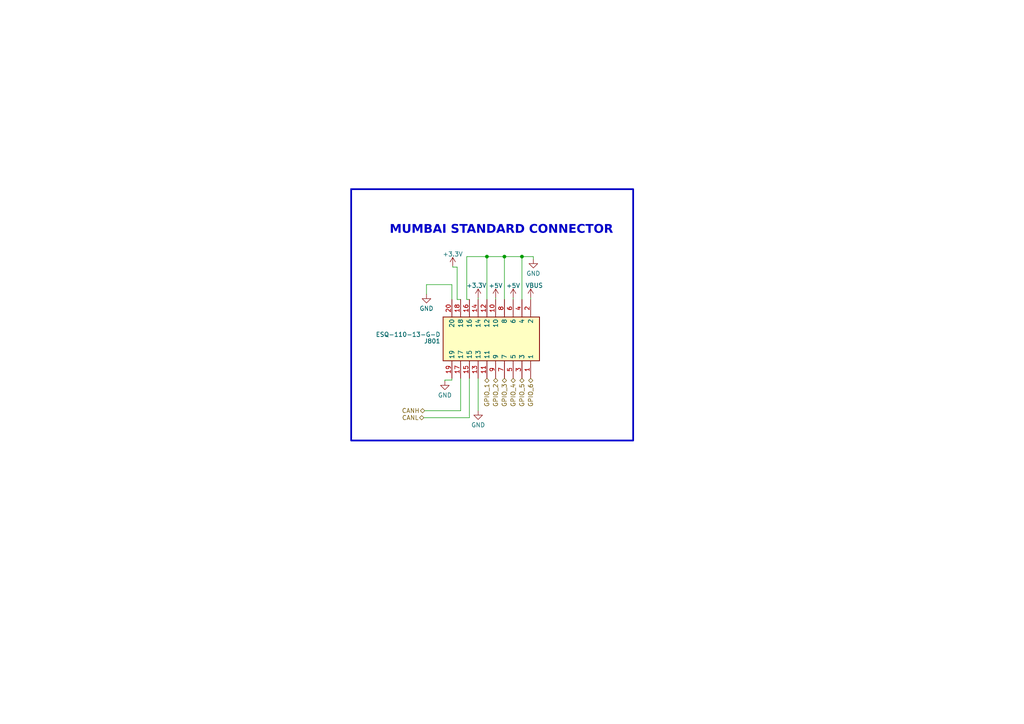
<source format=kicad_sch>
(kicad_sch (version 20230121) (generator eeschema)
  (paper "A4")
  (lib_symbols
    (symbol "SamacSys_Parts:ESQ-110-13-G-D"
      (property "Reference" "J" (at 19.05 7.62 0))
      (property "Value" "ESQ-110-13-G-D" (at 19.05 5.08 0))
      (symbol "ESQ-110-13-G-D_1_1"
        (rectangle (start 5.08 2.54) (end 17.78 -25.4) (stroke (width 0.254)) (fill (type background)))
        (pin passive line (at 0 -22.86 0) (length 5.08) (name "1") (number "1"))
        (pin passive line (at 22.86 -12.7 180) (length 5.08) (name "10") (number "10"))
        (pin passive line (at 0 -10.16 0) (length 5.08) (name "11") (number "11"))
        (pin passive line (at 22.86 -10.16 180) (length 5.08) (name "12") (number "12"))
        (pin passive line (at 0 -7.62 0) (length 5.08) (name "13") (number "13"))
        (pin passive line (at 22.86 -7.62 180) (length 5.08) (name "14") (number "14"))
        (pin passive line (at 0 -5.08 0) (length 5.08) (name "15") (number "15"))
        (pin passive line (at 22.86 -5.08 180) (length 5.08) (name "16") (number "16"))
        (pin passive line (at 0 -2.54 0) (length 5.08) (name "17") (number "17"))
        (pin passive line (at 22.86 -2.54 180) (length 5.08) (name "18") (number "18"))
        (pin passive line (at 0 0 0) (length 5.08) (name "19") (number "19"))
        (pin passive line (at 22.86 -22.86 180) (length 5.08) (name "2") (number "2"))
        (pin passive line (at 22.86 0 180) (length 5.08) (name "20") (number "20"))
        (pin passive line (at 0 -20.32 0) (length 5.08) (name "3") (number "3"))
        (pin passive line (at 22.86 -20.32 180) (length 5.08) (name "4") (number "4"))
        (pin passive line (at 0 -17.78 0) (length 5.08) (name "5") (number "5"))
        (pin passive line (at 22.86 -17.78 180) (length 5.08) (name "6") (number "6"))
        (pin passive line (at 0 -15.24 0) (length 5.08) (name "7") (number "7"))
        (pin passive line (at 22.86 -15.24 180) (length 5.08) (name "8") (number "8"))
        (pin passive line (at 0 -12.7 0) (length 5.08) (name "9") (number "9"))
      )
    )
    (symbol "power:+3.3V" (power) (pin_names (offset 0))
      (property "Value" "+3.3V" (at 0 3.556 0))
      (symbol "+3.3V_0_1"
        (polyline (pts (xy -0.762 1.27) (xy 0 2.54)))
        (polyline (pts (xy 0 0) (xy 0 2.54)))
        (polyline (pts (xy 0 2.54) (xy 0.762 1.27)))
      )
      (symbol "+3.3V_1_1"
        (pin power_in line (at 0 0 90) (length 0) hide (name "+3.3V") (number "1"))
      )
    )
    (symbol "power:+5V" (power) (pin_names (offset 0))
      (property "Value" "+5V" (at 0 3.556 0))
      (symbol "+5V_0_1"
        (polyline (pts (xy -0.762 1.27) (xy 0 2.54)))
        (polyline (pts (xy 0 0) (xy 0 2.54)))
        (polyline (pts (xy 0 2.54) (xy 0.762 1.27)))
      )
      (symbol "+5V_1_1"
        (pin power_in line (at 0 0 90) (length 0) hide (name "+5V") (number "1"))
      )
    )
    (symbol "power:GND" (power) (pin_names (offset 0))
      (property "Value" "GND" (at 0 -3.81 0))
      (symbol "GND_0_1"
        (polyline (pts (xy 0 0) (xy 0 -1.27) (xy 1.27 -1.27) (xy 0 -2.54) (xy -1.27 -1.27) (xy 0 -1.27)))
      )
      (symbol "GND_1_1"
        (pin power_in line (at 0 0 270) (length 0) hide (name "GND") (number "1"))
      )
    )
    (symbol "power:VBUS" (power) (pin_names (offset 0))
      (property "Value" "VBUS" (at 0 3.81 0))
      (symbol "VBUS_0_1"
        (polyline (pts (xy -0.762 1.27) (xy 0 2.54)))
        (polyline (pts (xy 0 0) (xy 0 2.54)))
        (polyline (pts (xy 0 2.54) (xy 0.762 1.27)))
      )
      (symbol "VBUS_1_1"
        (pin power_in line (at 0 0 90) (length 0) hide (name "VBUS") (number "1"))
      )
    )
  )
  (junction (at 141.224 74.422))
  (junction (at 151.384 74.422))
  (junction (at 146.304 74.422))
  (wire (pts (xy 132.588 77.47) (xy 132.588 86.868)))
  (wire (pts (xy 122.936 121.158) (xy 136.144 121.158)))
  (wire (pts (xy 141.224 74.422) (xy 141.224 86.868)))
  (wire (pts (xy 131.318 77.216) (xy 131.318 77.47)))
  (wire (pts (xy 135.382 86.868) (xy 136.144 86.868)))
  (wire (pts (xy 153.924 86.36) (xy 153.924 86.868)))
  (wire (pts (xy 151.384 74.422) (xy 151.384 86.868)))
  (wire (pts (xy 146.304 74.422) (xy 146.304 86.868)))
  (wire (pts (xy 143.764 86.36) (xy 143.764 86.868)))
  (wire (pts (xy 129.032 110.236) (xy 131.064 110.236)))
  (wire (pts (xy 131.064 82.55) (xy 123.698 82.55)))
  (wire (pts (xy 136.144 121.158) (xy 136.144 109.728)))
  (wire (pts (xy 135.382 74.422) (xy 141.224 74.422)))
  (wire (pts (xy 146.304 74.422) (xy 151.384 74.422)))
  (wire (pts (xy 141.224 74.422) (xy 146.304 74.422)))
  (wire (pts (xy 123.19 119.126) (xy 133.604 119.126)))
  (wire (pts (xy 138.684 86.36) (xy 138.684 86.868)))
  (wire (pts (xy 135.382 86.868) (xy 135.382 74.422)))
  (wire (pts (xy 131.064 110.236) (xy 131.064 109.728)))
  (wire (pts (xy 154.686 74.422) (xy 154.686 75.184)))
  (wire (pts (xy 138.684 119.126) (xy 138.684 109.728)))
  (wire (pts (xy 151.384 74.422) (xy 154.686 74.422)))
  (wire (pts (xy 129.032 110.236) (xy 129.032 110.49)))
  (wire (pts (xy 132.588 86.868) (xy 133.604 86.868)))
  (wire (pts (xy 131.318 77.47) (xy 132.588 77.47)))
  (wire (pts (xy 133.604 119.126) (xy 133.604 109.728)))
  (wire (pts (xy 131.064 86.868) (xy 131.064 82.55)))
  (wire (pts (xy 148.844 86.36) (xy 148.844 86.868)))
  (wire (pts (xy 123.698 82.55) (xy 123.698 85.344)))
  (rectangle (start 101.854 54.864) (end 183.642 127.762) (stroke (width 0.5)))
  (text "MUMBAI STANDARD CONNECTOR" (at 113.03 68.834 0) (effects (font (size 2.5 2.5) (thickness 0.5) bold) (justify left bottom)))
  (hierarchical_label "GPIO_6" (shape bidirectional) (at 153.924 109.728 270))
  (hierarchical_label "CANL" (shape bidirectional) (at 122.936 121.158 180))
  (hierarchical_label "GPIO_5" (shape bidirectional) (at 151.384 109.728 270))
  (hierarchical_label "CANH" (shape bidirectional) (at 123.19 119.126 180))
  (hierarchical_label "GPIO_3" (shape bidirectional) (at 146.304 109.728 270))
  (hierarchical_label "GPIO_1" (shape bidirectional) (at 141.224 109.728 270))
  (hierarchical_label "GPIO_4" (shape bidirectional) (at 148.844 109.728 270))
  (hierarchical_label "GPIO_2" (shape bidirectional) (at 143.764 109.728 270))
  (symbol (lib_id "power:GND") (at 138.684 119.126 0) (unit 1)
    (property "Reference" "#PWR0809" (effects hide))
    (property "Value" "GND" (at 138.684 123.2615 0))
  )
  (symbol (lib_id "SamacSys_Parts:ESQ-110-13-G-D") (at 131.064 109.728 90) (unit 1)
    (property "Reference" "J801" (at 127.762 98.9417 90) (effects (justify left)))
    (property "Value" "ESQ-110-13-G-D" (at 127.762 97.0207 90) (effects (justify left)))
    (property "Footprint" "SamacSys_Parts:ESQ-110-Y-X-D" (effects hide))
    (property "Datasheet" "http://suddendocs.samtec.com/prints/esq-1xx-xx-x-x-xxx-xx-x-xx-mkt.pdf" (effects hide))
    (property "Manufacturer_Name" "SAMTEC" (effects hide))
    (property "Manufacturer_Part_Number" "ESQ-110-13-G-D" (effects hide))
    (property "Mouser Part Number" "200-ESQ11013GD" (effects hide))
    (property "Mouser Price/Stock" "https://www.mouser.com/Search/Refine.aspx?Keyword=200-ESQ11013GD" (effects hide))
  )
  (symbol (lib_id "power:GND") (at 154.686 75.184 0) (unit 1)
    (property "Reference" "#PWR0803" (effects hide))
    (property "Value" "GND" (at 154.686 79.3195 0))
  )
  (symbol (lib_id "power:GND") (at 123.698 85.344 0) (unit 1)
    (property "Reference" "#PWR0801" (effects hide))
    (property "Value" "GND" (at 123.698 89.4795 0))
  )
  (symbol (lib_id "power:+5V") (at 143.764 86.36 0) (unit 1)
    (property "Reference" "#PWR0805" (effects hide))
    (property "Value" "+5V" (at 143.764 82.8581 0))
  )
  (symbol (lib_id "power:+3.3V") (at 131.318 77.216 0) (unit 1)
    (property "Reference" "#PWR0802" (effects hide))
    (property "Value" "+3.3V" (at 131.318 73.7141 0))
  )
  (symbol (lib_id "power:+5V") (at 148.844 86.36 0) (unit 1)
    (property "Reference" "#PWR0806" (effects hide))
    (property "Value" "+5V" (at 148.844 82.8581 0))
  )
  (symbol (lib_id "power:GND") (at 129.032 110.49 0) (unit 1)
    (property "Reference" "#PWR0808" (effects hide))
    (property "Value" "GND" (at 129.032 114.6255 0))
  )
  (symbol (lib_id "power:+3.3V") (at 138.684 86.36 0) (unit 1)
    (property "Reference" "#PWR0804" (effects hide))
    (property "Value" "+3.3V" (at 138.176 82.804 0))
  )
  (symbol (lib_id "power:VBUS") (at 153.924 86.36 0) (unit 1)
    (property "Reference" "#PWR0807" (effects hide))
    (property "Value" "VBUS" (at 154.94 82.804 0))
  )
)
</source>
